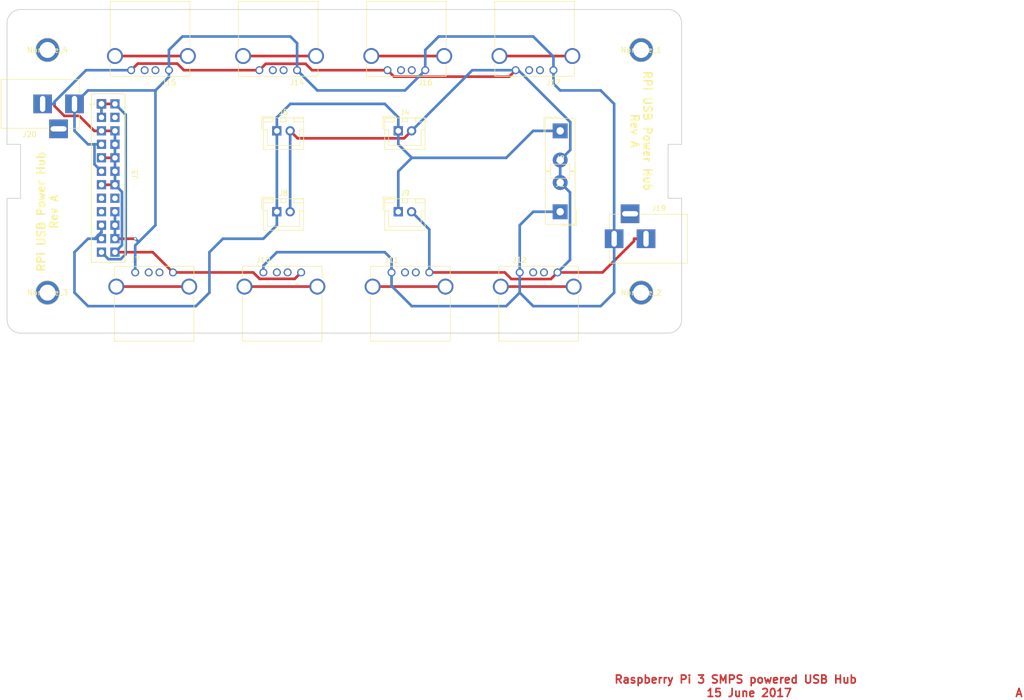
<source format=kicad_pcb>
(kicad_pcb (version 20171130) (host pcbnew "(5.1.12)-1")

  (general
    (thickness 1.6)
    (drawings 21)
    (tracks 158)
    (zones 0)
    (modules 21)
    (nets 33)
  )

  (page A4)
  (layers
    (0 F.Cu signal)
    (31 B.Cu signal)
    (32 B.Adhes user)
    (33 F.Adhes user hide)
    (34 B.Paste user)
    (35 F.Paste user)
    (36 B.SilkS user)
    (37 F.SilkS user)
    (38 B.Mask user)
    (39 F.Mask user)
    (40 Dwgs.User user)
    (41 Cmts.User user)
    (42 Eco1.User user)
    (43 Eco2.User user)
    (44 Edge.Cuts user)
    (45 Margin user)
    (46 B.CrtYd user)
    (47 F.CrtYd user)
    (48 B.Fab user)
    (49 F.Fab user)
  )

  (setup
    (last_trace_width 0.5)
    (trace_clearance 0.2)
    (zone_clearance 0.508)
    (zone_45_only no)
    (trace_min 0.2)
    (via_size 0.6)
    (via_drill 0.4)
    (via_min_size 0.4)
    (via_min_drill 0.3)
    (uvia_size 0.3)
    (uvia_drill 0.1)
    (uvias_allowed no)
    (uvia_min_size 0.2)
    (uvia_min_drill 0.1)
    (edge_width 0.15)
    (segment_width 0.2)
    (pcb_text_width 0.3)
    (pcb_text_size 1.5 1.5)
    (mod_edge_width 0.15)
    (mod_text_size 1 1)
    (mod_text_width 0.15)
    (pad_size 4.5 4.5)
    (pad_drill 3)
    (pad_to_mask_clearance 0.2)
    (aux_axis_origin 0 0)
    (grid_origin 160 -50)
    (visible_elements 7FFFFFFF)
    (pcbplotparams
      (layerselection 0x00030_80000001)
      (usegerberextensions false)
      (usegerberattributes true)
      (usegerberadvancedattributes true)
      (creategerberjobfile true)
      (excludeedgelayer true)
      (linewidth 0.150000)
      (plotframeref false)
      (viasonmask false)
      (mode 1)
      (useauxorigin false)
      (hpglpennumber 1)
      (hpglpenspeed 20)
      (hpglpendiameter 15.000000)
      (psnegative false)
      (psa4output false)
      (plotreference true)
      (plotvalue true)
      (plotinvisibletext false)
      (padsonsilk false)
      (subtractmaskfromsilk false)
      (outputformat 1)
      (mirror false)
      (drillshape 1)
      (scaleselection 1)
      (outputdirectory ""))
  )

  (net 0 "")
  (net 1 +12V)
  (net 2 GND)
  (net 3 +5V)
  (net 4 +3V3)
  (net 5 POWER_OK)
  (net 6 +5VSB)
  (net 7 -12VA)
  (net 8 "Net-(J3-Pad20)")
  (net 9 "Net-(J7-Pad3)")
  (net 10 "Net-(J7-Pad2)")
  (net 11 "Net-(J7-Pad5)")
  (net 12 "Net-(J10-Pad3)")
  (net 13 "Net-(J10-Pad2)")
  (net 14 "Net-(J10-Pad5)")
  (net 15 "Net-(J11-Pad3)")
  (net 16 "Net-(J11-Pad2)")
  (net 17 "Net-(J11-Pad5)")
  (net 18 "Net-(J12-Pad3)")
  (net 19 "Net-(J12-Pad2)")
  (net 20 "Net-(J12-Pad5)")
  (net 21 "Net-(J14-Pad3)")
  (net 22 "Net-(J14-Pad2)")
  (net 23 "Net-(J14-Pad5)")
  (net 24 "Net-(J15-Pad3)")
  (net 25 "Net-(J15-Pad2)")
  (net 26 "Net-(J15-Pad5)")
  (net 27 "Net-(J16-Pad3)")
  (net 28 "Net-(J16-Pad2)")
  (net 29 "Net-(J16-Pad5)")
  (net 30 "Net-(J17-Pad3)")
  (net 31 "Net-(J17-Pad2)")
  (net 32 "Net-(J17-Pad5)")

  (net_class Default "This is the default net class."
    (clearance 0.2)
    (trace_width 0.5)
    (via_dia 0.6)
    (via_drill 0.4)
    (uvia_dia 0.3)
    (uvia_drill 0.1)
    (add_net +12V)
    (add_net +3V3)
    (add_net +5V)
    (add_net +5VSB)
    (add_net -12VA)
    (add_net GND)
    (add_net "Net-(J10-Pad2)")
    (add_net "Net-(J10-Pad3)")
    (add_net "Net-(J10-Pad5)")
    (add_net "Net-(J11-Pad2)")
    (add_net "Net-(J11-Pad3)")
    (add_net "Net-(J11-Pad5)")
    (add_net "Net-(J12-Pad2)")
    (add_net "Net-(J12-Pad3)")
    (add_net "Net-(J12-Pad5)")
    (add_net "Net-(J14-Pad2)")
    (add_net "Net-(J14-Pad3)")
    (add_net "Net-(J14-Pad5)")
    (add_net "Net-(J15-Pad2)")
    (add_net "Net-(J15-Pad3)")
    (add_net "Net-(J15-Pad5)")
    (add_net "Net-(J16-Pad2)")
    (add_net "Net-(J16-Pad3)")
    (add_net "Net-(J16-Pad5)")
    (add_net "Net-(J17-Pad2)")
    (add_net "Net-(J17-Pad3)")
    (add_net "Net-(J17-Pad5)")
    (add_net "Net-(J3-Pad20)")
    (add_net "Net-(J7-Pad2)")
    (add_net "Net-(J7-Pad3)")
    (add_net "Net-(J7-Pad5)")
    (add_net POWER_OK)
  )

  (module Connectors:BARREL_JACK (layer F.Cu) (tedit 5861378E) (tstamp 594249F6)
    (at 93.96 82.08)
    (descr "DC Barrel Jack")
    (tags "Power Jack")
    (path /594163C0)
    (fp_text reference J20 (at -8.45 5.75 180) (layer F.SilkS)
      (effects (font (size 1 1) (thickness 0.15)))
    )
    (fp_text value CONN_COAXIAL (at -6.2 -5.5) (layer F.Fab)
      (effects (font (size 1 1) (thickness 0.15)))
    )
    (fp_line (start 0.8 -4.5) (end -13.7 -4.5) (layer F.Fab) (width 0.1))
    (fp_line (start 0.8 4.5) (end 0.8 -4.5) (layer F.Fab) (width 0.1))
    (fp_line (start -13.7 4.5) (end 0.8 4.5) (layer F.Fab) (width 0.1))
    (fp_line (start -13.7 -4.5) (end -13.7 4.5) (layer F.Fab) (width 0.1))
    (fp_line (start -10.2 -4.5) (end -10.2 4.5) (layer F.Fab) (width 0.1))
    (fp_line (start 0.9 -4.6) (end 0.9 -2) (layer F.SilkS) (width 0.12))
    (fp_line (start -13.8 -4.6) (end 0.9 -4.6) (layer F.SilkS) (width 0.12))
    (fp_line (start 0.9 4.6) (end -1 4.6) (layer F.SilkS) (width 0.12))
    (fp_line (start 0.9 1.9) (end 0.9 4.6) (layer F.SilkS) (width 0.12))
    (fp_line (start -13.8 4.6) (end -13.8 -4.6) (layer F.SilkS) (width 0.12))
    (fp_line (start -5 4.6) (end -13.8 4.6) (layer F.SilkS) (width 0.12))
    (fp_line (start -14 4.75) (end -14 -4.75) (layer F.CrtYd) (width 0.05))
    (fp_line (start -5 4.75) (end -14 4.75) (layer F.CrtYd) (width 0.05))
    (fp_line (start -5 6.75) (end -5 4.75) (layer F.CrtYd) (width 0.05))
    (fp_line (start -1 6.75) (end -5 6.75) (layer F.CrtYd) (width 0.05))
    (fp_line (start -1 4.75) (end -1 6.75) (layer F.CrtYd) (width 0.05))
    (fp_line (start 1 4.75) (end -1 4.75) (layer F.CrtYd) (width 0.05))
    (fp_line (start 1 2) (end 1 4.75) (layer F.CrtYd) (width 0.05))
    (fp_line (start 2 2) (end 1 2) (layer F.CrtYd) (width 0.05))
    (fp_line (start 2 -2) (end 2 2) (layer F.CrtYd) (width 0.05))
    (fp_line (start 1 -2) (end 2 -2) (layer F.CrtYd) (width 0.05))
    (fp_line (start 1 -4.5) (end 1 -2) (layer F.CrtYd) (width 0.05))
    (fp_line (start 1 -4.75) (end -14 -4.75) (layer F.CrtYd) (width 0.05))
    (fp_line (start 1 -4.5) (end 1 -4.75) (layer F.CrtYd) (width 0.05))
    (pad 1 thru_hole rect (at 0 0) (size 3.5 3.5) (drill oval 1 3) (layers *.Cu *.Mask)
      (net 3 +5V))
    (pad 2 thru_hole rect (at -6 0) (size 3.5 3.5) (drill oval 1 3) (layers *.Cu *.Mask)
      (net 2 GND))
    (pad 3 thru_hole rect (at -3 4.7) (size 3.5 3.5) (drill oval 3 1) (layers *.Cu *.Mask))
  )

  (module Connectors_Molex:Molex_MiniFit-JR-5556-02A_2x01x4.20mm_Straight (layer F.Cu) (tedit 58A28952) (tstamp 59424943)
    (at 185.4 87.16)
    (descr "Molex Mini-Fit JR, PN:5556-02A, dual row, top entry type, through hole")
    (tags "connector molex mini-fit 5556")
    (path /594216A0)
    (fp_text reference J1 (at 0 10) (layer F.SilkS)
      (effects (font (size 1 1) (thickness 0.15)))
    )
    (fp_text value CONN_01X02_MALE-B2B (at 0 -4) (layer F.Fab)
      (effects (font (size 1 1) (thickness 0.15)))
    )
    (fp_line (start 3.2 -2.75) (end -3.2 -2.75) (layer F.CrtYd) (width 0.05))
    (fp_line (start 3.2 9.3) (end 3.2 -2.75) (layer F.CrtYd) (width 0.05))
    (fp_line (start -3.2 9.3) (end 3.2 9.3) (layer F.CrtYd) (width 0.05))
    (fp_line (start -3.2 -2.75) (end -3.2 9.3) (layer F.CrtYd) (width 0.05))
    (fp_line (start -3.05 -2.6) (end -3.05 0.25) (layer F.Fab) (width 0.1))
    (fp_line (start -0.2 -2.6) (end -3.05 -2.6) (layer F.Fab) (width 0.1))
    (fp_line (start -3.05 -2.6) (end -3.05 0.25) (layer F.SilkS) (width 0.12))
    (fp_line (start -0.2 -2.6) (end -3.05 -2.6) (layer F.SilkS) (width 0.12))
    (fp_line (start 1.8 8.95) (end 0 8.95) (layer F.SilkS) (width 0.12))
    (fp_line (start 1.8 7.55) (end 1.8 8.95) (layer F.SilkS) (width 0.12))
    (fp_line (start 2.8 7.55) (end 1.8 7.55) (layer F.SilkS) (width 0.12))
    (fp_line (start 2.8 -2.35) (end 2.8 7.55) (layer F.SilkS) (width 0.12))
    (fp_line (start 0 -2.35) (end 2.8 -2.35) (layer F.SilkS) (width 0.12))
    (fp_line (start -1.8 8.95) (end 0 8.95) (layer F.SilkS) (width 0.12))
    (fp_line (start -1.8 7.55) (end -1.8 8.95) (layer F.SilkS) (width 0.12))
    (fp_line (start -2.8 7.55) (end -1.8 7.55) (layer F.SilkS) (width 0.12))
    (fp_line (start -2.8 -2.35) (end -2.8 7.55) (layer F.SilkS) (width 0.12))
    (fp_line (start 0 -2.35) (end -2.8 -2.35) (layer F.SilkS) (width 0.12))
    (fp_line (start 1.75 7.25) (end -1.75 7.25) (layer F.Fab) (width 0.1))
    (fp_line (start 1.75 4.625) (end 1.75 7.25) (layer F.Fab) (width 0.1))
    (fp_line (start 0.875 3.75) (end 1.75 4.625) (layer F.Fab) (width 0.1))
    (fp_line (start -0.875 3.75) (end 0.875 3.75) (layer F.Fab) (width 0.1))
    (fp_line (start -1.75 4.625) (end -0.875 3.75) (layer F.Fab) (width 0.1))
    (fp_line (start -1.75 7.25) (end -1.75 4.625) (layer F.Fab) (width 0.1))
    (fp_line (start 1.75 -1.75) (end -1.75 -1.75) (layer F.Fab) (width 0.1))
    (fp_line (start 1.75 1.75) (end 1.75 -1.75) (layer F.Fab) (width 0.1))
    (fp_line (start -1.75 1.75) (end 1.75 1.75) (layer F.Fab) (width 0.1))
    (fp_line (start -1.75 -1.75) (end -1.75 1.75) (layer F.Fab) (width 0.1))
    (fp_line (start 1.7 8.85) (end 1.7 7.45) (layer F.Fab) (width 0.1))
    (fp_line (start -1.7 8.85) (end 1.7 8.85) (layer F.Fab) (width 0.1))
    (fp_line (start -1.7 7.45) (end -1.7 8.85) (layer F.Fab) (width 0.1))
    (fp_line (start 2.7 -2.25) (end -2.7 -2.25) (layer F.Fab) (width 0.1))
    (fp_line (start 2.7 7.45) (end 2.7 -2.25) (layer F.Fab) (width 0.1))
    (fp_line (start -2.7 7.45) (end 2.7 7.45) (layer F.Fab) (width 0.1))
    (fp_line (start -2.7 -2.25) (end -2.7 7.45) (layer F.Fab) (width 0.1))
    (fp_text user %R (at 0 3) (layer F.Fab)
      (effects (font (size 1 1) (thickness 0.15)))
    )
    (pad 1 thru_hole rect (at 0 0) (size 2.8 2.8) (drill 1.4) (layers *.Cu *.Mask)
      (net 1 +12V))
    (pad 2 thru_hole circle (at 0 5.5) (size 2.8 2.8) (drill 1.4) (layers *.Cu *.Mask)
      (net 2 GND))
    (model Connectors_Molex.3dshapes/Molex_MiniFit-JR-5556-02A_2x01x4.20mm_Straight.wrl
      (at (xyz 0 0 0))
      (scale (xyz 1 1 1))
      (rotate (xyz 0 0 0))
    )
  )

  (module Connectors_Molex:Molex_MiniFit-JR-5556-02A_2x01x4.20mm_Straight (layer F.Cu) (tedit 58A28952) (tstamp 59424949)
    (at 185.4 102.4 180)
    (descr "Molex Mini-Fit JR, PN:5556-02A, dual row, top entry type, through hole")
    (tags "connector molex mini-fit 5556")
    (path /59421825)
    (fp_text reference J2 (at 0 10 180) (layer F.SilkS)
      (effects (font (size 1 1) (thickness 0.15)))
    )
    (fp_text value CONN_01X02_MALE-B2B (at 0 -4 180) (layer F.Fab)
      (effects (font (size 1 1) (thickness 0.15)))
    )
    (fp_line (start 3.2 -2.75) (end -3.2 -2.75) (layer F.CrtYd) (width 0.05))
    (fp_line (start 3.2 9.3) (end 3.2 -2.75) (layer F.CrtYd) (width 0.05))
    (fp_line (start -3.2 9.3) (end 3.2 9.3) (layer F.CrtYd) (width 0.05))
    (fp_line (start -3.2 -2.75) (end -3.2 9.3) (layer F.CrtYd) (width 0.05))
    (fp_line (start -3.05 -2.6) (end -3.05 0.25) (layer F.Fab) (width 0.1))
    (fp_line (start -0.2 -2.6) (end -3.05 -2.6) (layer F.Fab) (width 0.1))
    (fp_line (start -3.05 -2.6) (end -3.05 0.25) (layer F.SilkS) (width 0.12))
    (fp_line (start -0.2 -2.6) (end -3.05 -2.6) (layer F.SilkS) (width 0.12))
    (fp_line (start 1.8 8.95) (end 0 8.95) (layer F.SilkS) (width 0.12))
    (fp_line (start 1.8 7.55) (end 1.8 8.95) (layer F.SilkS) (width 0.12))
    (fp_line (start 2.8 7.55) (end 1.8 7.55) (layer F.SilkS) (width 0.12))
    (fp_line (start 2.8 -2.35) (end 2.8 7.55) (layer F.SilkS) (width 0.12))
    (fp_line (start 0 -2.35) (end 2.8 -2.35) (layer F.SilkS) (width 0.12))
    (fp_line (start -1.8 8.95) (end 0 8.95) (layer F.SilkS) (width 0.12))
    (fp_line (start -1.8 7.55) (end -1.8 8.95) (layer F.SilkS) (width 0.12))
    (fp_line (start -2.8 7.55) (end -1.8 7.55) (layer F.SilkS) (width 0.12))
    (fp_line (start -2.8 -2.35) (end -2.8 7.55) (layer F.SilkS) (width 0.12))
    (fp_line (start 0 -2.35) (end -2.8 -2.35) (layer F.SilkS) (width 0.12))
    (fp_line (start 1.75 7.25) (end -1.75 7.25) (layer F.Fab) (width 0.1))
    (fp_line (start 1.75 4.625) (end 1.75 7.25) (layer F.Fab) (width 0.1))
    (fp_line (start 0.875 3.75) (end 1.75 4.625) (layer F.Fab) (width 0.1))
    (fp_line (start -0.875 3.75) (end 0.875 3.75) (layer F.Fab) (width 0.1))
    (fp_line (start -1.75 4.625) (end -0.875 3.75) (layer F.Fab) (width 0.1))
    (fp_line (start -1.75 7.25) (end -1.75 4.625) (layer F.Fab) (width 0.1))
    (fp_line (start 1.75 -1.75) (end -1.75 -1.75) (layer F.Fab) (width 0.1))
    (fp_line (start 1.75 1.75) (end 1.75 -1.75) (layer F.Fab) (width 0.1))
    (fp_line (start -1.75 1.75) (end 1.75 1.75) (layer F.Fab) (width 0.1))
    (fp_line (start -1.75 -1.75) (end -1.75 1.75) (layer F.Fab) (width 0.1))
    (fp_line (start 1.7 8.85) (end 1.7 7.45) (layer F.Fab) (width 0.1))
    (fp_line (start -1.7 8.85) (end 1.7 8.85) (layer F.Fab) (width 0.1))
    (fp_line (start -1.7 7.45) (end -1.7 8.85) (layer F.Fab) (width 0.1))
    (fp_line (start 2.7 -2.25) (end -2.7 -2.25) (layer F.Fab) (width 0.1))
    (fp_line (start 2.7 7.45) (end 2.7 -2.25) (layer F.Fab) (width 0.1))
    (fp_line (start -2.7 7.45) (end 2.7 7.45) (layer F.Fab) (width 0.1))
    (fp_line (start -2.7 -2.25) (end -2.7 7.45) (layer F.Fab) (width 0.1))
    (fp_text user %R (at 0 3 180) (layer F.Fab)
      (effects (font (size 1 1) (thickness 0.15)))
    )
    (pad 1 thru_hole rect (at 0 0 180) (size 2.8 2.8) (drill 1.4) (layers *.Cu *.Mask)
      (net 3 +5V))
    (pad 2 thru_hole circle (at 0 5.5 180) (size 2.8 2.8) (drill 1.4) (layers *.Cu *.Mask)
      (net 2 GND))
    (model Connectors_Molex.3dshapes/Molex_MiniFit-JR-5556-02A_2x01x4.20mm_Straight.wrl
      (at (xyz 0 0 0))
      (scale (xyz 1 1 1))
      (rotate (xyz 0 0 0))
    )
  )

  (module Connectors_JST:JST_XH_B02B-XH-A_02x2.50mm_Straight (layer F.Cu) (tedit 58EAE7F0) (tstamp 5942496B)
    (at 154.92 87.16)
    (descr "JST XH series connector, B02B-XH-A, top entry type, through hole")
    (tags "connector jst xh tht top vertical 2.50mm")
    (path /594142B1)
    (fp_text reference J4 (at 1.25 -3.5) (layer F.SilkS)
      (effects (font (size 1 1) (thickness 0.15)))
    )
    (fp_text value CONN_01X02_MALE (at 1.25 4.5) (layer F.Fab)
      (effects (font (size 1 1) (thickness 0.15)))
    )
    (fp_line (start -2.85 -2.75) (end -2.85 -0.25) (layer F.Fab) (width 0.1))
    (fp_line (start -0.35 -2.75) (end -2.85 -2.75) (layer F.Fab) (width 0.1))
    (fp_line (start -2.85 -2.75) (end -2.85 -0.25) (layer F.SilkS) (width 0.12))
    (fp_line (start -0.35 -2.75) (end -2.85 -2.75) (layer F.SilkS) (width 0.12))
    (fp_line (start 4.3 2.75) (end 1.25 2.75) (layer F.SilkS) (width 0.12))
    (fp_line (start 4.3 -0.2) (end 4.3 2.75) (layer F.SilkS) (width 0.12))
    (fp_line (start 5.05 -0.2) (end 4.3 -0.2) (layer F.SilkS) (width 0.12))
    (fp_line (start -1.8 2.75) (end 1.25 2.75) (layer F.SilkS) (width 0.12))
    (fp_line (start -1.8 -0.2) (end -1.8 2.75) (layer F.SilkS) (width 0.12))
    (fp_line (start -2.55 -0.2) (end -1.8 -0.2) (layer F.SilkS) (width 0.12))
    (fp_line (start 5.05 -2.45) (end 3.25 -2.45) (layer F.SilkS) (width 0.12))
    (fp_line (start 5.05 -1.7) (end 5.05 -2.45) (layer F.SilkS) (width 0.12))
    (fp_line (start 3.25 -1.7) (end 5.05 -1.7) (layer F.SilkS) (width 0.12))
    (fp_line (start 3.25 -2.45) (end 3.25 -1.7) (layer F.SilkS) (width 0.12))
    (fp_line (start -0.75 -2.45) (end -2.55 -2.45) (layer F.SilkS) (width 0.12))
    (fp_line (start -0.75 -1.7) (end -0.75 -2.45) (layer F.SilkS) (width 0.12))
    (fp_line (start -2.55 -1.7) (end -0.75 -1.7) (layer F.SilkS) (width 0.12))
    (fp_line (start -2.55 -2.45) (end -2.55 -1.7) (layer F.SilkS) (width 0.12))
    (fp_line (start 1.75 -2.45) (end 0.75 -2.45) (layer F.SilkS) (width 0.12))
    (fp_line (start 1.75 -1.7) (end 1.75 -2.45) (layer F.SilkS) (width 0.12))
    (fp_line (start 0.75 -1.7) (end 1.75 -1.7) (layer F.SilkS) (width 0.12))
    (fp_line (start 0.75 -2.45) (end 0.75 -1.7) (layer F.SilkS) (width 0.12))
    (fp_line (start 5.05 -2.45) (end -2.55 -2.45) (layer F.SilkS) (width 0.12))
    (fp_line (start 5.05 3.5) (end 5.05 -2.45) (layer F.SilkS) (width 0.12))
    (fp_line (start -2.55 3.5) (end 5.05 3.5) (layer F.SilkS) (width 0.12))
    (fp_line (start -2.55 -2.45) (end -2.55 3.5) (layer F.SilkS) (width 0.12))
    (fp_line (start 5.45 -2.85) (end -2.95 -2.85) (layer F.CrtYd) (width 0.05))
    (fp_line (start 5.45 3.9) (end 5.45 -2.85) (layer F.CrtYd) (width 0.05))
    (fp_line (start -2.95 3.9) (end 5.45 3.9) (layer F.CrtYd) (width 0.05))
    (fp_line (start -2.95 -2.85) (end -2.95 3.9) (layer F.CrtYd) (width 0.05))
    (fp_line (start 4.95 -2.35) (end -2.45 -2.35) (layer F.Fab) (width 0.1))
    (fp_line (start 4.95 3.4) (end 4.95 -2.35) (layer F.Fab) (width 0.1))
    (fp_line (start -2.45 3.4) (end 4.95 3.4) (layer F.Fab) (width 0.1))
    (fp_line (start -2.45 -2.35) (end -2.45 3.4) (layer F.Fab) (width 0.1))
    (fp_text user %R (at 1.25 2.5) (layer F.Fab)
      (effects (font (size 1 1) (thickness 0.15)))
    )
    (pad 1 thru_hole rect (at 0 0) (size 1.75 1.75) (drill 1.05) (layers *.Cu *.Mask)
      (net 1 +12V))
    (pad 2 thru_hole circle (at 2.5 0) (size 1.75 1.75) (drill 1.05) (layers *.Cu *.Mask)
      (net 2 GND))
    (model Connectors_JST.3dshapes/JST_XH_B02B-XH-A_02x2.50mm_Straight.wrl
      (at (xyz 0 0 0))
      (scale (xyz 1 1 1))
      (rotate (xyz 0 0 0))
    )
  )

  (module Connectors_JST:JST_XH_B02B-XH-A_02x2.50mm_Straight (layer F.Cu) (tedit 58EAE7F0) (tstamp 59424971)
    (at 132.06 87.16)
    (descr "JST XH series connector, B02B-XH-A, top entry type, through hole")
    (tags "connector jst xh tht top vertical 2.50mm")
    (path /59415608)
    (fp_text reference J5 (at 1.25 -3.5) (layer F.SilkS)
      (effects (font (size 1 1) (thickness 0.15)))
    )
    (fp_text value CONN_01X02_MALE (at 1.25 4.5) (layer F.Fab)
      (effects (font (size 1 1) (thickness 0.15)))
    )
    (fp_line (start -2.85 -2.75) (end -2.85 -0.25) (layer F.Fab) (width 0.1))
    (fp_line (start -0.35 -2.75) (end -2.85 -2.75) (layer F.Fab) (width 0.1))
    (fp_line (start -2.85 -2.75) (end -2.85 -0.25) (layer F.SilkS) (width 0.12))
    (fp_line (start -0.35 -2.75) (end -2.85 -2.75) (layer F.SilkS) (width 0.12))
    (fp_line (start 4.3 2.75) (end 1.25 2.75) (layer F.SilkS) (width 0.12))
    (fp_line (start 4.3 -0.2) (end 4.3 2.75) (layer F.SilkS) (width 0.12))
    (fp_line (start 5.05 -0.2) (end 4.3 -0.2) (layer F.SilkS) (width 0.12))
    (fp_line (start -1.8 2.75) (end 1.25 2.75) (layer F.SilkS) (width 0.12))
    (fp_line (start -1.8 -0.2) (end -1.8 2.75) (layer F.SilkS) (width 0.12))
    (fp_line (start -2.55 -0.2) (end -1.8 -0.2) (layer F.SilkS) (width 0.12))
    (fp_line (start 5.05 -2.45) (end 3.25 -2.45) (layer F.SilkS) (width 0.12))
    (fp_line (start 5.05 -1.7) (end 5.05 -2.45) (layer F.SilkS) (width 0.12))
    (fp_line (start 3.25 -1.7) (end 5.05 -1.7) (layer F.SilkS) (width 0.12))
    (fp_line (start 3.25 -2.45) (end 3.25 -1.7) (layer F.SilkS) (width 0.12))
    (fp_line (start -0.75 -2.45) (end -2.55 -2.45) (layer F.SilkS) (width 0.12))
    (fp_line (start -0.75 -1.7) (end -0.75 -2.45) (layer F.SilkS) (width 0.12))
    (fp_line (start -2.55 -1.7) (end -0.75 -1.7) (layer F.SilkS) (width 0.12))
    (fp_line (start -2.55 -2.45) (end -2.55 -1.7) (layer F.SilkS) (width 0.12))
    (fp_line (start 1.75 -2.45) (end 0.75 -2.45) (layer F.SilkS) (width 0.12))
    (fp_line (start 1.75 -1.7) (end 1.75 -2.45) (layer F.SilkS) (width 0.12))
    (fp_line (start 0.75 -1.7) (end 1.75 -1.7) (layer F.SilkS) (width 0.12))
    (fp_line (start 0.75 -2.45) (end 0.75 -1.7) (layer F.SilkS) (width 0.12))
    (fp_line (start 5.05 -2.45) (end -2.55 -2.45) (layer F.SilkS) (width 0.12))
    (fp_line (start 5.05 3.5) (end 5.05 -2.45) (layer F.SilkS) (width 0.12))
    (fp_line (start -2.55 3.5) (end 5.05 3.5) (layer F.SilkS) (width 0.12))
    (fp_line (start -2.55 -2.45) (end -2.55 3.5) (layer F.SilkS) (width 0.12))
    (fp_line (start 5.45 -2.85) (end -2.95 -2.85) (layer F.CrtYd) (width 0.05))
    (fp_line (start 5.45 3.9) (end 5.45 -2.85) (layer F.CrtYd) (width 0.05))
    (fp_line (start -2.95 3.9) (end 5.45 3.9) (layer F.CrtYd) (width 0.05))
    (fp_line (start -2.95 -2.85) (end -2.95 3.9) (layer F.CrtYd) (width 0.05))
    (fp_line (start 4.95 -2.35) (end -2.45 -2.35) (layer F.Fab) (width 0.1))
    (fp_line (start 4.95 3.4) (end 4.95 -2.35) (layer F.Fab) (width 0.1))
    (fp_line (start -2.45 3.4) (end 4.95 3.4) (layer F.Fab) (width 0.1))
    (fp_line (start -2.45 -2.35) (end -2.45 3.4) (layer F.Fab) (width 0.1))
    (fp_text user %R (at 1.25 2.5) (layer F.Fab)
      (effects (font (size 1 1) (thickness 0.15)))
    )
    (pad 1 thru_hole rect (at 0 0) (size 1.75 1.75) (drill 1.05) (layers *.Cu *.Mask)
      (net 1 +12V))
    (pad 2 thru_hole circle (at 2.5 0) (size 1.75 1.75) (drill 1.05) (layers *.Cu *.Mask)
      (net 2 GND))
    (model Connectors_JST.3dshapes/JST_XH_B02B-XH-A_02x2.50mm_Straight.wrl
      (at (xyz 0 0 0))
      (scale (xyz 1 1 1))
      (rotate (xyz 0 0 0))
    )
  )

  (module Connectors:USB_A (layer F.Cu) (tedit 5) (tstamp 59424985)
    (at 105.39 113.83)
    (descr "USB A connector")
    (tags "USB USB_A")
    (path /59363F39)
    (fp_text reference J7 (at 0 -2.35) (layer F.SilkS)
      (effects (font (size 1 1) (thickness 0.15)))
    )
    (fp_text value USB_A (at 3.84 7.44) (layer F.Fab)
      (effects (font (size 1 1) (thickness 0.15)))
    )
    (fp_line (start -3.94 4.35) (end -3.94 12.95) (layer F.SilkS) (width 0.12))
    (fp_line (start 11.05 4.15) (end 11.05 12.95) (layer F.SilkS) (width 0.12))
    (fp_line (start 11.05 12.95) (end -3.94 12.95) (layer F.SilkS) (width 0.12))
    (fp_line (start 11.05 -1.14) (end -3.94 -1.14) (layer F.SilkS) (width 0.12))
    (fp_line (start -3.94 -1.14) (end -3.94 0.98) (layer F.SilkS) (width 0.12))
    (fp_line (start 11.05 -1.14) (end 11.05 1.19) (layer F.SilkS) (width 0.12))
    (fp_line (start -5.3 -1.4) (end 11.95 -1.4) (layer F.CrtYd) (width 0.05))
    (fp_line (start -5.3 13.2) (end 11.95 13.2) (layer F.CrtYd) (width 0.05))
    (fp_line (start 11.95 -1.4) (end 11.95 13.2) (layer F.CrtYd) (width 0.05))
    (fp_line (start -5.3 13.2) (end -5.3 -1.4) (layer F.CrtYd) (width 0.05))
    (pad 4 thru_hole circle (at 7.11 0 270) (size 1.5 1.5) (drill 1) (layers *.Cu *.Mask)
      (net 2 GND))
    (pad 3 thru_hole circle (at 4.57 0 270) (size 1.5 1.5) (drill 1) (layers *.Cu *.Mask)
      (net 9 "Net-(J7-Pad3)"))
    (pad 2 thru_hole circle (at 2.54 0 270) (size 1.5 1.5) (drill 1) (layers *.Cu *.Mask)
      (net 10 "Net-(J7-Pad2)"))
    (pad 1 thru_hole circle (at 0 0 270) (size 1.5 1.5) (drill 1) (layers *.Cu *.Mask)
      (net 3 +5V))
    (pad 5 thru_hole circle (at 10.16 2.67 270) (size 3 3) (drill 2.3) (layers *.Cu *.Mask)
      (net 11 "Net-(J7-Pad5)"))
    (pad 5 thru_hole circle (at -3.56 2.67 270) (size 3 3) (drill 2.3) (layers *.Cu *.Mask)
      (net 11 "Net-(J7-Pad5)"))
    (model Connectors.3dshapes/USB_A.wrl
      (offset (xyz 3.555999946594238 0 0))
      (scale (xyz 1 1 1))
      (rotate (xyz 0 0 90))
    )
  )

  (module Connectors_JST:JST_XH_B02B-XH-A_02x2.50mm_Straight (layer F.Cu) (tedit 58EAE7F0) (tstamp 5942498B)
    (at 132.06 102.4)
    (descr "JST XH series connector, B02B-XH-A, top entry type, through hole")
    (tags "connector jst xh tht top vertical 2.50mm")
    (path /59415563)
    (fp_text reference J8 (at 1.25 -3.5) (layer F.SilkS)
      (effects (font (size 1 1) (thickness 0.15)))
    )
    (fp_text value CONN_01X02_MALE (at 1.25 4.5) (layer F.Fab)
      (effects (font (size 1 1) (thickness 0.15)))
    )
    (fp_line (start -2.85 -2.75) (end -2.85 -0.25) (layer F.Fab) (width 0.1))
    (fp_line (start -0.35 -2.75) (end -2.85 -2.75) (layer F.Fab) (width 0.1))
    (fp_line (start -2.85 -2.75) (end -2.85 -0.25) (layer F.SilkS) (width 0.12))
    (fp_line (start -0.35 -2.75) (end -2.85 -2.75) (layer F.SilkS) (width 0.12))
    (fp_line (start 4.3 2.75) (end 1.25 2.75) (layer F.SilkS) (width 0.12))
    (fp_line (start 4.3 -0.2) (end 4.3 2.75) (layer F.SilkS) (width 0.12))
    (fp_line (start 5.05 -0.2) (end 4.3 -0.2) (layer F.SilkS) (width 0.12))
    (fp_line (start -1.8 2.75) (end 1.25 2.75) (layer F.SilkS) (width 0.12))
    (fp_line (start -1.8 -0.2) (end -1.8 2.75) (layer F.SilkS) (width 0.12))
    (fp_line (start -2.55 -0.2) (end -1.8 -0.2) (layer F.SilkS) (width 0.12))
    (fp_line (start 5.05 -2.45) (end 3.25 -2.45) (layer F.SilkS) (width 0.12))
    (fp_line (start 5.05 -1.7) (end 5.05 -2.45) (layer F.SilkS) (width 0.12))
    (fp_line (start 3.25 -1.7) (end 5.05 -1.7) (layer F.SilkS) (width 0.12))
    (fp_line (start 3.25 -2.45) (end 3.25 -1.7) (layer F.SilkS) (width 0.12))
    (fp_line (start -0.75 -2.45) (end -2.55 -2.45) (layer F.SilkS) (width 0.12))
    (fp_line (start -0.75 -1.7) (end -0.75 -2.45) (layer F.SilkS) (width 0.12))
    (fp_line (start -2.55 -1.7) (end -0.75 -1.7) (layer F.SilkS) (width 0.12))
    (fp_line (start -2.55 -2.45) (end -2.55 -1.7) (layer F.SilkS) (width 0.12))
    (fp_line (start 1.75 -2.45) (end 0.75 -2.45) (layer F.SilkS) (width 0.12))
    (fp_line (start 1.75 -1.7) (end 1.75 -2.45) (layer F.SilkS) (width 0.12))
    (fp_line (start 0.75 -1.7) (end 1.75 -1.7) (layer F.SilkS) (width 0.12))
    (fp_line (start 0.75 -2.45) (end 0.75 -1.7) (layer F.SilkS) (width 0.12))
    (fp_line (start 5.05 -2.45) (end -2.55 -2.45) (layer F.SilkS) (width 0.12))
    (fp_line (start 5.05 3.5) (end 5.05 -2.45) (layer F.SilkS) (width 0.12))
    (fp_line (start -2.55 3.5) (end 5.05 3.5) (layer F.SilkS) (width 0.12))
    (fp_line (start -2.55 -2.45) (end -2.55 3.5) (layer F.SilkS) (width 0.12))
    (fp_line (start 5.45 -2.85) (end -2.95 -2.85) (layer F.CrtYd) (width 0.05))
    (fp_line (start 5.45 3.9) (end 5.45 -2.85) (layer F.CrtYd) (width 0.05))
    (fp_line (start -2.95 3.9) (end 5.45 3.9) (layer F.CrtYd) (width 0.05))
    (fp_line (start -2.95 -2.85) (end -2.95 3.9) (layer F.CrtYd) (width 0.05))
    (fp_line (start 4.95 -2.35) (end -2.45 -2.35) (layer F.Fab) (width 0.1))
    (fp_line (start 4.95 3.4) (end 4.95 -2.35) (layer F.Fab) (width 0.1))
    (fp_line (start -2.45 3.4) (end 4.95 3.4) (layer F.Fab) (width 0.1))
    (fp_line (start -2.45 -2.35) (end -2.45 3.4) (layer F.Fab) (width 0.1))
    (fp_text user %R (at 1.25 2.5) (layer F.Fab)
      (effects (font (size 1 1) (thickness 0.15)))
    )
    (pad 1 thru_hole rect (at 0 0) (size 1.75 1.75) (drill 1.05) (layers *.Cu *.Mask)
      (net 1 +12V))
    (pad 2 thru_hole circle (at 2.5 0) (size 1.75 1.75) (drill 1.05) (layers *.Cu *.Mask)
      (net 2 GND))
    (model Connectors_JST.3dshapes/JST_XH_B02B-XH-A_02x2.50mm_Straight.wrl
      (at (xyz 0 0 0))
      (scale (xyz 1 1 1))
      (rotate (xyz 0 0 0))
    )
  )

  (module Connectors_JST:JST_XH_B02B-XH-A_02x2.50mm_Straight (layer F.Cu) (tedit 58EAE7F0) (tstamp 59424991)
    (at 154.92 102.4)
    (descr "JST XH series connector, B02B-XH-A, top entry type, through hole")
    (tags "connector jst xh tht top vertical 2.50mm")
    (path /5941561D)
    (fp_text reference J9 (at 1.25 -3.5) (layer F.SilkS)
      (effects (font (size 1 1) (thickness 0.15)))
    )
    (fp_text value CONN_01X02_MALE (at 1.25 4.5) (layer F.Fab)
      (effects (font (size 1 1) (thickness 0.15)))
    )
    (fp_line (start -2.85 -2.75) (end -2.85 -0.25) (layer F.Fab) (width 0.1))
    (fp_line (start -0.35 -2.75) (end -2.85 -2.75) (layer F.Fab) (width 0.1))
    (fp_line (start -2.85 -2.75) (end -2.85 -0.25) (layer F.SilkS) (width 0.12))
    (fp_line (start -0.35 -2.75) (end -2.85 -2.75) (layer F.SilkS) (width 0.12))
    (fp_line (start 4.3 2.75) (end 1.25 2.75) (layer F.SilkS) (width 0.12))
    (fp_line (start 4.3 -0.2) (end 4.3 2.75) (layer F.SilkS) (width 0.12))
    (fp_line (start 5.05 -0.2) (end 4.3 -0.2) (layer F.SilkS) (width 0.12))
    (fp_line (start -1.8 2.75) (end 1.25 2.75) (layer F.SilkS) (width 0.12))
    (fp_line (start -1.8 -0.2) (end -1.8 2.75) (layer F.SilkS) (width 0.12))
    (fp_line (start -2.55 -0.2) (end -1.8 -0.2) (layer F.SilkS) (width 0.12))
    (fp_line (start 5.05 -2.45) (end 3.25 -2.45) (layer F.SilkS) (width 0.12))
    (fp_line (start 5.05 -1.7) (end 5.05 -2.45) (layer F.SilkS) (width 0.12))
    (fp_line (start 3.25 -1.7) (end 5.05 -1.7) (layer F.SilkS) (width 0.12))
    (fp_line (start 3.25 -2.45) (end 3.25 -1.7) (layer F.SilkS) (width 0.12))
    (fp_line (start -0.75 -2.45) (end -2.55 -2.45) (layer F.SilkS) (width 0.12))
    (fp_line (start -0.75 -1.7) (end -0.75 -2.45) (layer F.SilkS) (width 0.12))
    (fp_line (start -2.55 -1.7) (end -0.75 -1.7) (layer F.SilkS) (width 0.12))
    (fp_line (start -2.55 -2.45) (end -2.55 -1.7) (layer F.SilkS) (width 0.12))
    (fp_line (start 1.75 -2.45) (end 0.75 -2.45) (layer F.SilkS) (width 0.12))
    (fp_line (start 1.75 -1.7) (end 1.75 -2.45) (layer F.SilkS) (width 0.12))
    (fp_line (start 0.75 -1.7) (end 1.75 -1.7) (layer F.SilkS) (width 0.12))
    (fp_line (start 0.75 -2.45) (end 0.75 -1.7) (layer F.SilkS) (width 0.12))
    (fp_line (start 5.05 -2.45) (end -2.55 -2.45) (layer F.SilkS) (width 0.12))
    (fp_line (start 5.05 3.5) (end 5.05 -2.45) (layer F.SilkS) (width 0.12))
    (fp_line (start -2.55 3.5) (end 5.05 3.5) (layer F.SilkS) (width 0.12))
    (fp_line (start -2.55 -2.45) (end -2.55 3.5) (layer F.SilkS) (width 0.12))
    (fp_line (start 5.45 -2.85) (end -2.95 -2.85) (layer F.CrtYd) (width 0.05))
    (fp_line (start 5.45 3.9) (end 5.45 -2.85) (layer F.CrtYd) (width 0.05))
    (fp_line (start -2.95 3.9) (end 5.45 3.9) (layer F.CrtYd) (width 0.05))
    (fp_line (start -2.95 -2.85) (end -2.95 3.9) (layer F.CrtYd) (width 0.05))
    (fp_line (start 4.95 -2.35) (end -2.45 -2.35) (layer F.Fab) (width 0.1))
    (fp_line (start 4.95 3.4) (end 4.95 -2.35) (layer F.Fab) (width 0.1))
    (fp_line (start -2.45 3.4) (end 4.95 3.4) (layer F.Fab) (width 0.1))
    (fp_line (start -2.45 -2.35) (end -2.45 3.4) (layer F.Fab) (width 0.1))
    (fp_text user %R (at 1.25 2.5) (layer F.Fab)
      (effects (font (size 1 1) (thickness 0.15)))
    )
    (pad 1 thru_hole rect (at 0 0) (size 1.75 1.75) (drill 1.05) (layers *.Cu *.Mask)
      (net 1 +12V))
    (pad 2 thru_hole circle (at 2.5 0) (size 1.75 1.75) (drill 1.05) (layers *.Cu *.Mask)
      (net 2 GND))
    (model Connectors_JST.3dshapes/JST_XH_B02B-XH-A_02x2.50mm_Straight.wrl
      (at (xyz 0 0 0))
      (scale (xyz 1 1 1))
      (rotate (xyz 0 0 0))
    )
  )

  (module Connectors:USB_A (layer F.Cu) (tedit 5) (tstamp 5942499B)
    (at 129.52 113.83)
    (descr "USB A connector")
    (tags "USB USB_A")
    (path /59363E96)
    (fp_text reference J10 (at 0 -2.35) (layer F.SilkS)
      (effects (font (size 1 1) (thickness 0.15)))
    )
    (fp_text value USB_A (at 3.84 7.44) (layer F.Fab)
      (effects (font (size 1 1) (thickness 0.15)))
    )
    (fp_line (start -3.94 4.35) (end -3.94 12.95) (layer F.SilkS) (width 0.12))
    (fp_line (start 11.05 4.15) (end 11.05 12.95) (layer F.SilkS) (width 0.12))
    (fp_line (start 11.05 12.95) (end -3.94 12.95) (layer F.SilkS) (width 0.12))
    (fp_line (start 11.05 -1.14) (end -3.94 -1.14) (layer F.SilkS) (width 0.12))
    (fp_line (start -3.94 -1.14) (end -3.94 0.98) (layer F.SilkS) (width 0.12))
    (fp_line (start 11.05 -1.14) (end 11.05 1.19) (layer F.SilkS) (width 0.12))
    (fp_line (start -5.3 -1.4) (end 11.95 -1.4) (layer F.CrtYd) (width 0.05))
    (fp_line (start -5.3 13.2) (end 11.95 13.2) (layer F.CrtYd) (width 0.05))
    (fp_line (start 11.95 -1.4) (end 11.95 13.2) (layer F.CrtYd) (width 0.05))
    (fp_line (start -5.3 13.2) (end -5.3 -1.4) (layer F.CrtYd) (width 0.05))
    (pad 4 thru_hole circle (at 7.11 0 270) (size 1.5 1.5) (drill 1) (layers *.Cu *.Mask)
      (net 2 GND))
    (pad 3 thru_hole circle (at 4.57 0 270) (size 1.5 1.5) (drill 1) (layers *.Cu *.Mask)
      (net 12 "Net-(J10-Pad3)"))
    (pad 2 thru_hole circle (at 2.54 0 270) (size 1.5 1.5) (drill 1) (layers *.Cu *.Mask)
      (net 13 "Net-(J10-Pad2)"))
    (pad 1 thru_hole circle (at 0 0 270) (size 1.5 1.5) (drill 1) (layers *.Cu *.Mask)
      (net 3 +5V))
    (pad 5 thru_hole circle (at 10.16 2.67 270) (size 3 3) (drill 2.3) (layers *.Cu *.Mask)
      (net 14 "Net-(J10-Pad5)"))
    (pad 5 thru_hole circle (at -3.56 2.67 270) (size 3 3) (drill 2.3) (layers *.Cu *.Mask)
      (net 14 "Net-(J10-Pad5)"))
    (model Connectors.3dshapes/USB_A.wrl
      (offset (xyz 3.555999946594238 0 0))
      (scale (xyz 1 1 1))
      (rotate (xyz 0 0 90))
    )
  )

  (module Connectors:USB_A (layer F.Cu) (tedit 5) (tstamp 594249A5)
    (at 153.65 113.83)
    (descr "USB A connector")
    (tags "USB USB_A")
    (path /59363E7F)
    (fp_text reference J11 (at 0 -2.35) (layer F.SilkS)
      (effects (font (size 1 1) (thickness 0.15)))
    )
    (fp_text value USB_A (at 3.84 7.44) (layer F.Fab)
      (effects (font (size 1 1) (thickness 0.15)))
    )
    (fp_line (start -3.94 4.35) (end -3.94 12.95) (layer F.SilkS) (width 0.12))
    (fp_line (start 11.05 4.15) (end 11.05 12.95) (layer F.SilkS) (width 0.12))
    (fp_line (start 11.05 12.95) (end -3.94 12.95) (layer F.SilkS) (width 0.12))
    (fp_line (start 11.05 -1.14) (end -3.94 -1.14) (layer F.SilkS) (width 0.12))
    (fp_line (start -3.94 -1.14) (end -3.94 0.98) (layer F.SilkS) (width 0.12))
    (fp_line (start 11.05 -1.14) (end 11.05 1.19) (layer F.SilkS) (width 0.12))
    (fp_line (start -5.3 -1.4) (end 11.95 -1.4) (layer F.CrtYd) (width 0.05))
    (fp_line (start -5.3 13.2) (end 11.95 13.2) (layer F.CrtYd) (width 0.05))
    (fp_line (start 11.95 -1.4) (end 11.95 13.2) (layer F.CrtYd) (width 0.05))
    (fp_line (start -5.3 13.2) (end -5.3 -1.4) (layer F.CrtYd) (width 0.05))
    (pad 4 thru_hole circle (at 7.11 0 270) (size 1.5 1.5) (drill 1) (layers *.Cu *.Mask)
      (net 2 GND))
    (pad 3 thru_hole circle (at 4.57 0 270) (size 1.5 1.5) (drill 1) (layers *.Cu *.Mask)
      (net 15 "Net-(J11-Pad3)"))
    (pad 2 thru_hole circle (at 2.54 0 270) (size 1.5 1.5) (drill 1) (layers *.Cu *.Mask)
      (net 16 "Net-(J11-Pad2)"))
    (pad 1 thru_hole circle (at 0 0 270) (size 1.5 1.5) (drill 1) (layers *.Cu *.Mask)
      (net 3 +5V))
    (pad 5 thru_hole circle (at 10.16 2.67 270) (size 3 3) (drill 2.3) (layers *.Cu *.Mask)
      (net 17 "Net-(J11-Pad5)"))
    (pad 5 thru_hole circle (at -3.56 2.67 270) (size 3 3) (drill 2.3) (layers *.Cu *.Mask)
      (net 17 "Net-(J11-Pad5)"))
    (model Connectors.3dshapes/USB_A.wrl
      (offset (xyz 3.555999946594238 0 0))
      (scale (xyz 1 1 1))
      (rotate (xyz 0 0 90))
    )
  )

  (module Connectors:USB_A (layer F.Cu) (tedit 5) (tstamp 594249AF)
    (at 177.78 113.83)
    (descr "USB A connector")
    (tags "USB USB_A")
    (path /5936360A)
    (fp_text reference J12 (at 0 -2.35) (layer F.SilkS)
      (effects (font (size 1 1) (thickness 0.15)))
    )
    (fp_text value USB_A (at 3.84 7.44) (layer F.Fab)
      (effects (font (size 1 1) (thickness 0.15)))
    )
    (fp_line (start -3.94 4.35) (end -3.94 12.95) (layer F.SilkS) (width 0.12))
    (fp_line (start 11.05 4.15) (end 11.05 12.95) (layer F.SilkS) (width 0.12))
    (fp_line (start 11.05 12.95) (end -3.94 12.95) (layer F.SilkS) (width 0.12))
    (fp_line (start 11.05 -1.14) (end -3.94 -1.14) (layer F.SilkS) (width 0.12))
    (fp_line (start -3.94 -1.14) (end -3.94 0.98) (layer F.SilkS) (width 0.12))
    (fp_line (start 11.05 -1.14) (end 11.05 1.19) (layer F.SilkS) (width 0.12))
    (fp_line (start -5.3 -1.4) (end 11.95 -1.4) (layer F.CrtYd) (width 0.05))
    (fp_line (start -5.3 13.2) (end 11.95 13.2) (layer F.CrtYd) (width 0.05))
    (fp_line (start 11.95 -1.4) (end 11.95 13.2) (layer F.CrtYd) (width 0.05))
    (fp_line (start -5.3 13.2) (end -5.3 -1.4) (layer F.CrtYd) (width 0.05))
    (pad 4 thru_hole circle (at 7.11 0 270) (size 1.5 1.5) (drill 1) (layers *.Cu *.Mask)
      (net 2 GND))
    (pad 3 thru_hole circle (at 4.57 0 270) (size 1.5 1.5) (drill 1) (layers *.Cu *.Mask)
      (net 18 "Net-(J12-Pad3)"))
    (pad 2 thru_hole circle (at 2.54 0 270) (size 1.5 1.5) (drill 1) (layers *.Cu *.Mask)
      (net 19 "Net-(J12-Pad2)"))
    (pad 1 thru_hole circle (at 0 0 270) (size 1.5 1.5) (drill 1) (layers *.Cu *.Mask)
      (net 3 +5V))
    (pad 5 thru_hole circle (at 10.16 2.67 270) (size 3 3) (drill 2.3) (layers *.Cu *.Mask)
      (net 20 "Net-(J12-Pad5)"))
    (pad 5 thru_hole circle (at -3.56 2.67 270) (size 3 3) (drill 2.3) (layers *.Cu *.Mask)
      (net 20 "Net-(J12-Pad5)"))
    (model Connectors.3dshapes/USB_A.wrl
      (offset (xyz 3.555999946594238 0 0))
      (scale (xyz 1 1 1))
      (rotate (xyz 0 0 90))
    )
  )

  (module Connectors:USB_A (layer F.Cu) (tedit 5) (tstamp 594249C3)
    (at 135.87 75.73 180)
    (descr "USB A connector")
    (tags "USB USB_A")
    (path /593641DA)
    (fp_text reference J14 (at 0 -2.35 180) (layer F.SilkS)
      (effects (font (size 1 1) (thickness 0.15)))
    )
    (fp_text value USB_A (at 3.84 7.44 180) (layer F.Fab)
      (effects (font (size 1 1) (thickness 0.15)))
    )
    (fp_line (start -3.94 4.35) (end -3.94 12.95) (layer F.SilkS) (width 0.12))
    (fp_line (start 11.05 4.15) (end 11.05 12.95) (layer F.SilkS) (width 0.12))
    (fp_line (start 11.05 12.95) (end -3.94 12.95) (layer F.SilkS) (width 0.12))
    (fp_line (start 11.05 -1.14) (end -3.94 -1.14) (layer F.SilkS) (width 0.12))
    (fp_line (start -3.94 -1.14) (end -3.94 0.98) (layer F.SilkS) (width 0.12))
    (fp_line (start 11.05 -1.14) (end 11.05 1.19) (layer F.SilkS) (width 0.12))
    (fp_line (start -5.3 -1.4) (end 11.95 -1.4) (layer F.CrtYd) (width 0.05))
    (fp_line (start -5.3 13.2) (end 11.95 13.2) (layer F.CrtYd) (width 0.05))
    (fp_line (start 11.95 -1.4) (end 11.95 13.2) (layer F.CrtYd) (width 0.05))
    (fp_line (start -5.3 13.2) (end -5.3 -1.4) (layer F.CrtYd) (width 0.05))
    (pad 4 thru_hole circle (at 7.11 0 90) (size 1.5 1.5) (drill 1) (layers *.Cu *.Mask)
      (net 2 GND))
    (pad 3 thru_hole circle (at 4.57 0 90) (size 1.5 1.5) (drill 1) (layers *.Cu *.Mask)
      (net 21 "Net-(J14-Pad3)"))
    (pad 2 thru_hole circle (at 2.54 0 90) (size 1.5 1.5) (drill 1) (layers *.Cu *.Mask)
      (net 22 "Net-(J14-Pad2)"))
    (pad 1 thru_hole circle (at 0 0 90) (size 1.5 1.5) (drill 1) (layers *.Cu *.Mask)
      (net 3 +5V))
    (pad 5 thru_hole circle (at 10.16 2.67 90) (size 3 3) (drill 2.3) (layers *.Cu *.Mask)
      (net 23 "Net-(J14-Pad5)"))
    (pad 5 thru_hole circle (at -3.56 2.67 90) (size 3 3) (drill 2.3) (layers *.Cu *.Mask)
      (net 23 "Net-(J14-Pad5)"))
    (model Connectors.3dshapes/USB_A.wrl
      (offset (xyz 3.555999946594238 0 0))
      (scale (xyz 1 1 1))
      (rotate (xyz 0 0 90))
    )
  )

  (module Connectors:USB_A (layer F.Cu) (tedit 5) (tstamp 594249CD)
    (at 111.74 75.73 180)
    (descr "USB A connector")
    (tags "USB USB_A")
    (path /593641C3)
    (fp_text reference J15 (at 0 -2.35 180) (layer F.SilkS)
      (effects (font (size 1 1) (thickness 0.15)))
    )
    (fp_text value USB_A (at 3.84 7.44 180) (layer F.Fab)
      (effects (font (size 1 1) (thickness 0.15)))
    )
    (fp_line (start -3.94 4.35) (end -3.94 12.95) (layer F.SilkS) (width 0.12))
    (fp_line (start 11.05 4.15) (end 11.05 12.95) (layer F.SilkS) (width 0.12))
    (fp_line (start 11.05 12.95) (end -3.94 12.95) (layer F.SilkS) (width 0.12))
    (fp_line (start 11.05 -1.14) (end -3.94 -1.14) (layer F.SilkS) (width 0.12))
    (fp_line (start -3.94 -1.14) (end -3.94 0.98) (layer F.SilkS) (width 0.12))
    (fp_line (start 11.05 -1.14) (end 11.05 1.19) (layer F.SilkS) (width 0.12))
    (fp_line (start -5.3 -1.4) (end 11.95 -1.4) (layer F.CrtYd) (width 0.05))
    (fp_line (start -5.3 13.2) (end 11.95 13.2) (layer F.CrtYd) (width 0.05))
    (fp_line (start 11.95 -1.4) (end 11.95 13.2) (layer F.CrtYd) (width 0.05))
    (fp_line (start -5.3 13.2) (end -5.3 -1.4) (layer F.CrtYd) (width 0.05))
    (pad 4 thru_hole circle (at 7.11 0 90) (size 1.5 1.5) (drill 1) (layers *.Cu *.Mask)
      (net 2 GND))
    (pad 3 thru_hole circle (at 4.57 0 90) (size 1.5 1.5) (drill 1) (layers *.Cu *.Mask)
      (net 24 "Net-(J15-Pad3)"))
    (pad 2 thru_hole circle (at 2.54 0 90) (size 1.5 1.5) (drill 1) (layers *.Cu *.Mask)
      (net 25 "Net-(J15-Pad2)"))
    (pad 1 thru_hole circle (at 0 0 90) (size 1.5 1.5) (drill 1) (layers *.Cu *.Mask)
      (net 3 +5V))
    (pad 5 thru_hole circle (at 10.16 2.67 90) (size 3 3) (drill 2.3) (layers *.Cu *.Mask)
      (net 26 "Net-(J15-Pad5)"))
    (pad 5 thru_hole circle (at -3.56 2.67 90) (size 3 3) (drill 2.3) (layers *.Cu *.Mask)
      (net 26 "Net-(J15-Pad5)"))
    (model Connectors.3dshapes/USB_A.wrl
      (offset (xyz 3.555999946594238 0 0))
      (scale (xyz 1 1 1))
      (rotate (xyz 0 0 90))
    )
  )

  (module Connectors:USB_A (layer F.Cu) (tedit 5) (tstamp 594249D7)
    (at 160 75.73 180)
    (descr "USB A connector")
    (tags "USB USB_A")
    (path /593641AC)
    (fp_text reference J16 (at 0 -2.35 180) (layer F.SilkS)
      (effects (font (size 1 1) (thickness 0.15)))
    )
    (fp_text value USB_A (at 3.84 7.44 180) (layer F.Fab)
      (effects (font (size 1 1) (thickness 0.15)))
    )
    (fp_line (start -3.94 4.35) (end -3.94 12.95) (layer F.SilkS) (width 0.12))
    (fp_line (start 11.05 4.15) (end 11.05 12.95) (layer F.SilkS) (width 0.12))
    (fp_line (start 11.05 12.95) (end -3.94 12.95) (layer F.SilkS) (width 0.12))
    (fp_line (start 11.05 -1.14) (end -3.94 -1.14) (layer F.SilkS) (width 0.12))
    (fp_line (start -3.94 -1.14) (end -3.94 0.98) (layer F.SilkS) (width 0.12))
    (fp_line (start 11.05 -1.14) (end 11.05 1.19) (layer F.SilkS) (width 0.12))
    (fp_line (start -5.3 -1.4) (end 11.95 -1.4) (layer F.CrtYd) (width 0.05))
    (fp_line (start -5.3 13.2) (end 11.95 13.2) (layer F.CrtYd) (width 0.05))
    (fp_line (start 11.95 -1.4) (end 11.95 13.2) (layer F.CrtYd) (width 0.05))
    (fp_line (start -5.3 13.2) (end -5.3 -1.4) (layer F.CrtYd) (width 0.05))
    (pad 4 thru_hole circle (at 7.11 0 90) (size 1.5 1.5) (drill 1) (layers *.Cu *.Mask)
      (net 2 GND))
    (pad 3 thru_hole circle (at 4.57 0 90) (size 1.5 1.5) (drill 1) (layers *.Cu *.Mask)
      (net 27 "Net-(J16-Pad3)"))
    (pad 2 thru_hole circle (at 2.54 0 90) (size 1.5 1.5) (drill 1) (layers *.Cu *.Mask)
      (net 28 "Net-(J16-Pad2)"))
    (pad 1 thru_hole circle (at 0 0 90) (size 1.5 1.5) (drill 1) (layers *.Cu *.Mask)
      (net 3 +5V))
    (pad 5 thru_hole circle (at 10.16 2.67 90) (size 3 3) (drill 2.3) (layers *.Cu *.Mask)
      (net 29 "Net-(J16-Pad5)"))
    (pad 5 thru_hole circle (at -3.56 2.67 90) (size 3 3) (drill 2.3) (layers *.Cu *.Mask)
      (net 29 "Net-(J16-Pad5)"))
    (model Connectors.3dshapes/USB_A.wrl
      (offset (xyz 3.555999946594238 0 0))
      (scale (xyz 1 1 1))
      (rotate (xyz 0 0 90))
    )
  )

  (module Connectors:USB_A (layer F.Cu) (tedit 5) (tstamp 5942490)
    (at 184.13 75.73 180)
    (descr "USB A connector")
    (tags "USB USB_A")
    (path /59364195)
    (fp_text reference J17 (at 0 -2.35 180) (layer F.SilkS)
      (effects (font (size 1 1) (thickness 0.15)))
    )
    (fp_text value USB_A (at 3.84 7.44 180) (layer F.Fab)
      (effects (font (size 1 1) (thickness 0.15)))
    )
    (fp_line (start -3.94 4.35) (end -3.94 12.95) (layer F.SilkS) (width 0.12))
    (fp_line (start 11.05 4.15) (end 11.05 12.95) (layer F.SilkS) (width 0.12))
    (fp_line (start 11.05 12.95) (end -3.94 12.95) (layer F.SilkS) (width 0.12))
    (fp_line (start 11.05 -1.14) (end -3.94 -1.14) (layer F.SilkS) (width 0.12))
    (fp_line (start -3.94 -1.14) (end -3.94 0.98) (layer F.SilkS) (width 0.12))
    (fp_line (start 11.05 -1.14) (end 11.05 1.19) (layer F.SilkS) (width 0.12))
    (fp_line (start -5.3 -1.4) (end 11.95 -1.4) (layer F.CrtYd) (width 0.05))
    (fp_line (start -5.3 13.2) (end 11.95 13.2) (layer F.CrtYd) (width 0.05))
    (fp_line (start 11.95 -1.4) (end 11.95 13.2) (layer F.CrtYd) (width 0.05))
    (fp_line (start -5.3 13.2) (end -5.3 -1.4) (layer F.CrtYd) (width 0.05))
    (pad 4 thru_hole circle (at 7.11 0 90) (size 1.5 1.5) (drill 1) (layers *.Cu *.Mask)
      (net 2 GND))
    (pad 3 thru_hole circle (at 4.57 0 90) (size 1.5 1.5) (drill 1) (layers *.Cu *.Mask)
      (net 30 "Net-(J17-Pad3)"))
    (pad 2 thru_hole circle (at 2.54 0 90) (size 1.5 1.5) (drill 1) (layers *.Cu *.Mask)
      (net 31 "Net-(J17-Pad2)"))
    (pad 1 thru_hole circle (at 0 0 90) (size 1.5 1.5) (drill 1) (layers *.Cu *.Mask)
      (net 3 +5V))
    (pad 5 thru_hole circle (at 10.16 2.67 90) (size 3 3) (drill 2.3) (layers *.Cu *.Mask)
      (net 32 "Net-(J17-Pad5)"))
    (pad 5 thru_hole circle (at -3.56 2.67 90) (size 3 3) (drill 2.3) (layers *.Cu *.Mask)
      (net 32 "Net-(J17-Pad5)"))
    (model Connectors.3dshapes/USB_A.wrl
      (offset (xyz 3.555999946594238 0 0))
      (scale (xyz 1 1 1))
      (rotate (xyz 0 0 90))
    )
  )

  (module Connectors:BARREL_JACK (layer F.Cu) (tedit 5861378E) (tstamp 594249EF)
    (at 195.56 107.48 180)
    (descr "DC Barrel Jack")
    (tags "Power Jack")
    (path /59416310)
    (fp_text reference J19 (at -8.45 5.75) (layer F.SilkS)
      (effects (font (size 1 1) (thickness 0.15)))
    )
    (fp_text value CONN_COAXIAL (at -6.2 -5.5 180) (layer F.Fab)
      (effects (font (size 1 1) (thickness 0.15)))
    )
    (fp_line (start 0.8 -4.5) (end -13.7 -4.5) (layer F.Fab) (width 0.1))
    (fp_line (start 0.8 4.5) (end 0.8 -4.5) (layer F.Fab) (width 0.1))
    (fp_line (start -13.7 4.5) (end 0.8 4.5) (layer F.Fab) (width 0.1))
    (fp_line (start -13.7 -4.5) (end -13.7 4.5) (layer F.Fab) (width 0.1))
    (fp_line (start -10.2 -4.5) (end -10.2 4.5) (layer F.Fab) (width 0.1))
    (fp_line (start 0.9 -4.6) (end 0.9 -2) (layer F.SilkS) (width 0.12))
    (fp_line (start -13.8 -4.6) (end 0.9 -4.6) (layer F.SilkS) (width 0.12))
    (fp_line (start 0.9 4.6) (end -1 4.6) (layer F.SilkS) (width 0.12))
    (fp_line (start 0.9 1.9) (end 0.9 4.6) (layer F.SilkS) (width 0.12))
    (fp_line (start -13.8 4.6) (end -13.8 -4.6) (layer F.SilkS) (width 0.12))
    (fp_line (start -5 4.6) (end -13.8 4.6) (layer F.SilkS) (width 0.12))
    (fp_line (start -14 4.75) (end -14 -4.75) (layer F.CrtYd) (width 0.05))
    (fp_line (start -5 4.75) (end -14 4.75) (layer F.CrtYd) (width 0.05))
    (fp_line (start -5 6.75) (end -5 4.75) (layer F.CrtYd) (width 0.05))
    (fp_line (start -1 6.75) (end -5 6.75) (layer F.CrtYd) (width 0.05))
    (fp_line (start -1 4.75) (end -1 6.75) (layer F.CrtYd) (width 0.05))
    (fp_line (start 1 4.75) (end -1 4.75) (layer F.CrtYd) (width 0.05))
    (fp_line (start 1 2) (end 1 4.75) (layer F.CrtYd) (width 0.05))
    (fp_line (start 2 2) (end 1 2) (layer F.CrtYd) (width 0.05))
    (fp_line (start 2 -2) (end 2 2) (layer F.CrtYd) (width 0.05))
    (fp_line (start 1 -2) (end 2 -2) (layer F.CrtYd) (width 0.05))
    (fp_line (start 1 -4.5) (end 1 -2) (layer F.CrtYd) (width 0.05))
    (fp_line (start 1 -4.75) (end -14 -4.75) (layer F.CrtYd) (width 0.05))
    (fp_line (start 1 -4.5) (end 1 -4.75) (layer F.CrtYd) (width 0.05))
    (pad 1 thru_hole rect (at 0 0 180) (size 3.5 3.5) (drill oval 1 3) (layers *.Cu *.Mask)
      (net 3 +5V))
    (pad 2 thru_hole rect (at -6 0 180) (size 3.5 3.5) (drill oval 1 3) (layers *.Cu *.Mask)
      (net 2 GND))
    (pad 3 thru_hole rect (at -3 4.7 180) (size 3.5 3.5) (drill oval 3 1) (layers *.Cu *.Mask))
  )

  (module Custom_Connectors:ATX_Wire_On_Board (layer F.Cu) (tedit 5942A62C) (tstamp 5942AD9F)
    (at 95.865 96.05 270)
    (descr "20 pins through hole IDC header")
    (tags "IDC header socket VASCH")
    (path /5941144A)
    (fp_text reference J3 (at -0.635 -9.525 270) (layer F.SilkS)
      (effects (font (size 1 1) (thickness 0.15)))
    )
    (fp_text value DIL24 (at 0.635 1.413 270) (layer F.Fab)
      (effects (font (size 1 1) (thickness 0.15)))
    )
    (fp_line (start -15.875 -1.27) (end -15.875 -7.62) (layer F.SilkS) (width 0.15))
    (fp_line (start 15.875 -1.27) (end -15.875 -1.27) (layer F.SilkS) (width 0.15))
    (fp_line (start 15.875 -7.62) (end 15.875 -1.27) (layer F.SilkS) (width 0.15))
    (fp_line (start -15.875 -7.62) (end 15.875 -7.62) (layer F.SilkS) (width 0.15))
    (fp_text user 1 (at -13.95 -1.455 270) (layer F.SilkS)
      (effects (font (size 1 1) (thickness 0.12)))
    )
    (pad 24 thru_hole rect (at 13.97 -5.715 270) (size 1.7272 1.7272) (drill 1.016) (layers *.Cu *.Mask)
      (net 2 GND))
    (pad 23 thru_hole rect (at 11.43 -5.715 270) (size 1.7272 1.7272) (drill 1.016) (layers *.Cu *.Mask)
      (net 3 +5V))
    (pad 22 thru_hole rect (at 8.89 -5.715 270) (size 1.7272 1.7272) (drill 1.016) (layers *.Cu *.Mask)
      (net 3 +5V))
    (pad 21 thru_hole rect (at 6.35 -5.715 270) (size 1.7272 1.7272) (drill 1.016) (layers *.Cu *.Mask)
      (net 3 +5V))
    (pad 17 thru_hole rect (at -3.81 -5.715 270) (size 1.7272 1.7272) (drill 1.016) (layers *.Cu *.Mask)
      (net 2 GND))
    (pad 19 thru_hole rect (at 1.27 -5.715 270) (size 1.7272 1.7272) (drill 1.016) (layers *.Cu *.Mask)
      (net 2 GND))
    (pad 20 thru_hole rect (at 3.81 -5.715 270) (size 1.7272 1.7272) (drill 1.016) (layers *.Cu *.Mask)
      (net 8 "Net-(J3-Pad20)"))
    (pad 18 thru_hole rect (at -1.27 -5.715 270) (size 1.7272 1.7272) (drill 1.016) (layers *.Cu *.Mask)
      (net 2 GND))
    (pad 16 thru_hole rect (at -6.35 -5.715 270) (size 1.7272 1.7272) (drill 1.016) (layers *.Cu *.Mask)
      (net 2 GND))
    (pad 14 thru_hole rect (at -11.43 -5.715 270) (size 1.7272 1.7272) (drill 1.016) (layers *.Cu *.Mask)
      (net 7 -12VA))
    (pad 12 thru_hole rect (at 13.97 -3.175 270) (size 1.7272 1.7272) (drill 1.016) (layers *.Cu *.Mask)
      (net 4 +3V3))
    (pad 15 thru_hole rect (at -8.89 -5.715 270) (size 1.7272 1.7272) (drill 1.016) (layers *.Cu *.Mask)
      (net 2 GND))
    (pad 13 thru_hole rect (at -13.97 -5.715 270) (size 1.7272 1.7272) (drill 1.016) (layers *.Cu *.Mask)
      (net 4 +3V3))
    (pad 11 thru_hole rect (at 11.43 -3.175 270) (size 1.7272 1.7272) (drill 1.016) (layers *.Cu *.Mask)
      (net 1 +12V))
    (pad 9 thru_hole rect (at 6.35 -3.175 270) (size 1.7272 1.7272) (drill 1.016) (layers *.Cu *.Mask)
      (net 6 +5VSB))
    (pad 7 thru_hole rect (at 1.27 -3.175 270) (size 1.7272 1.7272) (drill 1.016) (layers *.Cu *.Mask)
      (net 2 GND))
    (pad 5 thru_hole rect (at -3.81 -3.175 270) (size 1.7272 1.7272) (drill 1.016) (layers *.Cu *.Mask)
      (net 2 GND))
    (pad 3 thru_hole rect (at -8.89 -3.175 270) (size 1.7272 1.7272) (drill 1.016) (layers *.Cu *.Mask)
      (net 2 GND))
    (pad 6 thru_hole rect (at -1.27 -3.175 270) (size 1.7272 1.7272) (drill 1.016) (layers *.Cu *.Mask)
      (net 3 +5V))
    (pad 10 thru_hole rect (at 8.89 -3.175 270) (size 1.7272 1.7272) (drill 1.016) (layers *.Cu *.Mask)
      (net 1 +12V))
    (pad 8 thru_hole rect (at 3.81 -3.175 270) (size 1.7272 1.7272) (drill 1.016) (layers *.Cu *.Mask)
      (net 5 POWER_OK))
    (pad 4 thru_hole rect (at -6.35 -3.175 270) (size 1.7272 1.7272) (drill 1.016) (layers *.Cu *.Mask)
      (net 3 +5V))
    (pad 2 thru_hole rect (at -11.43 -3.175 270) (size 1.7272 1.7272) (drill 1.016) (layers *.Cu *.Mask)
      (net 4 +3V3))
    (pad 1 thru_hole rect (at -13.97 -3.175 270) (size 1.7272 1.7272) (drill 1.016) (layers *.Cu *.Mask)
      (net 4 +3V3))
    (pad 1 thru_hole rect (at -13.97 -3.175 270) (size 1.7272 1.7272) (drill 1.016) (layers *.Cu *.Mask)
      (net 4 +3V3))
    (pad 1 thru_hole rect (at -13.97 -3.175 270) (size 1.7272 1.7272) (drill 1.016) (layers *.Cu *.Mask)
      (net 4 +3V3))
    (pad 1 thru_hole rect (at -13.97 -3.175 270) (size 1.7272 1.7272) (drill 1.016) (layers *.Cu *.Mask)
      (net 4 +3V3))
  )

  (module Connectors:1pin (layer F.Cu) (tedit 59439AE9) (tstamp 5952D5E8)
    (at 88.88 71.92)
    (descr "module 1 pin (ou trou mecanique de percage)")
    (tags DEV)
    (fp_text reference Noname_4 (at 0 0) (layer F.SilkS)
      (effects (font (size 1 1) (thickness 0.15)))
    )
    (fp_text value 1pin (at 0 3) (layer F.Fab)
      (effects (font (size 1 1) (thickness 0.15)))
    )
    (fp_circle (center 0 0) (end 0 -2.286) (layer F.SilkS) (width 0.12))
    (fp_circle (center 0 0) (end 2.6 0) (layer F.CrtYd) (width 0.05))
    (fp_circle (center 0 0) (end 2 0.8) (layer F.Fab) (width 0.1))
    (pad 1 thru_hole circle (at 0 0) (size 4.5 4.5) (drill 3) (layers *.Cu *.Mask))
  )

  (module Connectors:1pin (layer F.Cu) (tedit 59439A66) (tstamp 5952D5FF)
    (at 88.88 117.64)
    (descr "module 1 pin (ou trou mecanique de percage)")
    (tags DEV)
    (fp_text reference Noname_3 (at 0 0) (layer F.SilkS)
      (effects (font (size 1 1) (thickness 0.15)))
    )
    (fp_text value 1pin (at 0 3) (layer F.Fab)
      (effects (font (size 1 1) (thickness 0.15)))
    )
    (fp_circle (center 0 0) (end 0 -2.286) (layer F.SilkS) (width 0.12))
    (fp_circle (center 0 0) (end 2.6 0) (layer F.CrtYd) (width 0.05))
    (fp_circle (center 0 0) (end 2 0.8) (layer F.Fab) (width 0.1))
    (pad 1 thru_hole circle (at 0 0) (size 4.5 4.5) (drill 3) (layers *.Cu *.Mask))
  )

  (module Connectors:1pin (layer F.Cu) (tedit 59439ACC) (tstamp 5952D60E)
    (at 200.64 117.64)
    (descr "module 1 pin (ou trou mecanique de percage)")
    (tags DEV)
    (fp_text reference Noname_2 (at 0 0) (layer F.SilkS)
      (effects (font (size 1 1) (thickness 0.15)))
    )
    (fp_text value 1pin (at 0 3) (layer F.Fab)
      (effects (font (size 1 1) (thickness 0.15)))
    )
    (fp_circle (center 0 0) (end 0 -2.286) (layer F.SilkS) (width 0.12))
    (fp_circle (center 0 0) (end 2.6 0) (layer F.CrtYd) (width 0.05))
    (fp_circle (center 0 0) (end 2 0.8) (layer F.Fab) (width 0.1))
    (pad 1 thru_hole circle (at 0 0) (size 4.5 4.5) (drill 3) (layers *.Cu *.Mask))
  )

  (module Connectors:1pin (layer F.Cu) (tedit 59439AB6) (tstamp 5952D61D)
    (at 200.64 71.92)
    (descr "module 1 pin (ou trou mecanique de percage)")
    (tags DEV)
    (fp_text reference Noname_1 (at 0 0) (layer F.SilkS)
      (effects (font (size 1 1) (thickness 0.15)))
    )
    (fp_text value 1pin (at 0 3) (layer F.Fab)
      (effects (font (size 1 1) (thickness 0.15)))
    )
    (fp_circle (center 0 0) (end 0 -2.286) (layer F.SilkS) (width 0.12))
    (fp_circle (center 0 0) (end 2.6 0) (layer F.CrtYd) (width 0.05))
    (fp_circle (center 0 0) (end 2 0.8) (layer F.Fab) (width 0.1))
    (pad 1 thru_hole circle (at 0 0) (size 4.5 4.5) (drill 3) (layers *.Cu *.Mask))
  )

  (gr_text "RPi USB Power Hub\nRev A" (at 200.64 87.16 270) (layer F.SilkS)
    (effects (font (size 1.5 1.5) (thickness 0.3)))
  )
  (gr_text "RPi USB Power Hub\nRev A" (at 88.88 102.4 90) (layer F.SilkS)
    (effects (font (size 1.5 1.5) (thickness 0.3)))
  )
  (gr_text A (at 271.78 193.04) (layer F.Cu)
    (effects (font (size 1.5 1.5) (thickness 0.3)))
  )
  (gr_text "15 June 2017" (at 220.98 193.04) (layer F.Cu)
    (effects (font (size 1.5 1.5) (thickness 0.3)))
  )
  (gr_text "Raspberry Pi 3 SMPS powered USB Hub" (at 218.44 190.5) (layer F.Cu)
    (effects (font (size 1.5 1.5) (thickness 0.3)))
  )
  (gr_line (start 208.26 99.86) (end 208.26 122.72) (angle 90) (layer Edge.Cuts) (width 0.15))
  (gr_line (start 208.26 66.84) (end 208.26 89.7) (angle 90) (layer Edge.Cuts) (width 0.15))
  (gr_line (start 205.72 99.86) (end 208.26 99.86) (angle 90) (layer Edge.Cuts) (width 0.15))
  (gr_line (start 205.72 89.7) (end 205.72 99.86) (angle 90) (layer Edge.Cuts) (width 0.15))
  (gr_line (start 208.26 89.7) (end 205.72 89.7) (angle 90) (layer Edge.Cuts) (width 0.15))
  (gr_line (start 83.8 99.86) (end 81.26 99.86) (angle 90) (layer Edge.Cuts) (width 0.15))
  (gr_line (start 83.8 89.7) (end 83.8 99.86) (angle 90) (layer Edge.Cuts) (width 0.15))
  (gr_line (start 81.26 89.7) (end 83.8 89.7) (angle 90) (layer Edge.Cuts) (width 0.15))
  (gr_line (start 81.26 99.86) (end 81.26 122.72) (angle 90) (layer Edge.Cuts) (width 0.15))
  (gr_line (start 81.26 89.7) (end 81.26 66.84) (angle 90) (layer Edge.Cuts) (width 0.15))
  (gr_line (start 83.8 125.26) (end 205.72 125.26) (angle 90) (layer Edge.Cuts) (width 0.15))
  (gr_line (start 83.8 64.3) (end 205.72 64.3) (angle 90) (layer Edge.Cuts) (width 0.15))
  (gr_arc (start 205.72 122.72) (end 208.26 122.72) (angle 90) (layer Edge.Cuts) (width 0.15))
  (gr_arc (start 83.8 122.72) (end 83.8 125.26) (angle 90) (layer Edge.Cuts) (width 0.15))
  (gr_arc (start 205.72 66.84) (end 205.72 64.3) (angle 90) (layer Edge.Cuts) (width 0.15))
  (gr_arc (start 83.8 66.84) (end 81.26 66.84) (angle 90) (layer Edge.Cuts) (width 0.15))

  (segment (start 99.04 104.94) (end 99.04 106.3036) (width 0.5) (layer B.Cu) (net 1))
  (segment (start 97.77 107.48) (end 98.9464 106.3036) (width 0.5) (layer B.Cu) (net 1))
  (segment (start 98.9464 106.3036) (end 99.04 106.3036) (width 0.5) (layer B.Cu) (net 1))
  (segment (start 97.77 107.48) (end 96.5 107.48) (width 0.5) (layer B.Cu) (net 1))
  (segment (start 96.5 107.48) (end 93.96 110.02) (width 0.5) (layer B.Cu) (net 1))
  (segment (start 93.96 110.02) (end 93.96 117.64) (width 0.5) (layer B.Cu) (net 1))
  (segment (start 93.96 117.64) (end 96.5 120.18) (width 0.5) (layer B.Cu) (net 1))
  (segment (start 96.5 120.18) (end 116.82 120.18) (width 0.5) (layer B.Cu) (net 1))
  (segment (start 116.82 120.18) (end 119.36 117.64) (width 0.5) (layer B.Cu) (net 1))
  (segment (start 119.36 117.64) (end 119.36 110.02) (width 0.5) (layer B.Cu) (net 1))
  (segment (start 119.36 110.02) (end 121.9 107.48) (width 0.5) (layer B.Cu) (net 1))
  (segment (start 121.9 107.48) (end 129.52 107.48) (width 0.5) (layer B.Cu) (net 1))
  (segment (start 129.52 107.48) (end 132.06 104.94) (width 0.5) (layer B.Cu) (net 1))
  (segment (start 132.06 104.94) (end 132.06 102.4) (width 0.5) (layer B.Cu) (net 1))
  (segment (start 99.04 107.48) (end 97.77 107.48) (width 0.5) (layer B.Cu) (net 1))
  (segment (start 154.92 87.16) (end 154.92 89.7) (width 0.5) (layer B.Cu) (net 1))
  (segment (start 154.92 89.7) (end 157.46 92.24) (width 0.5) (layer B.Cu) (net 1))
  (segment (start 132.06 87.16) (end 132.06 84.62) (width 0.5) (layer B.Cu) (net 1))
  (segment (start 132.06 84.62) (end 134.6 82.08) (width 0.5) (layer B.Cu) (net 1))
  (segment (start 134.6 82.08) (end 152.38 82.08) (width 0.5) (layer B.Cu) (net 1))
  (segment (start 152.38 82.08) (end 154.92 84.62) (width 0.5) (layer B.Cu) (net 1))
  (segment (start 154.92 84.62) (end 154.92 87.16) (width 0.5) (layer B.Cu) (net 1))
  (segment (start 132.06 102.4) (end 132.06 87.16) (width 0.5) (layer B.Cu) (net 1))
  (segment (start 157.46 92.24) (end 175.24 92.24) (width 0.5) (layer B.Cu) (net 1))
  (segment (start 175.24 92.24) (end 180.32 87.16) (width 0.5) (layer B.Cu) (net 1))
  (segment (start 180.32 87.16) (end 185.4 87.16) (width 0.5) (layer B.Cu) (net 1))
  (segment (start 154.92 102.4) (end 154.92 94.78) (width 0.5) (layer B.Cu) (net 1))
  (segment (start 154.92 94.78) (end 157.46 92.24) (width 0.5) (layer B.Cu) (net 1))
  (segment (start 152.89 75.73) (end 138.68 75.73) (width 0.5) (layer F.Cu) (net 2))
  (segment (start 138.68 75.73) (end 137.4733 74.5233) (width 0.5) (layer F.Cu) (net 2))
  (segment (start 137.4733 74.5233) (end 129.9667 74.5233) (width 0.5) (layer F.Cu) (net 2))
  (segment (start 129.9667 74.5233) (end 128.76 75.73) (width 0.5) (layer F.Cu) (net 2))
  (segment (start 177.02 75.73) (end 175.8062 76.9438) (width 0.5) (layer F.Cu) (net 2))
  (segment (start 175.8062 76.9438) (end 154.1038 76.9438) (width 0.5) (layer F.Cu) (net 2))
  (segment (start 154.1038 76.9438) (end 152.89 75.73) (width 0.5) (layer F.Cu) (net 2))
  (segment (start 184.89 113.83) (end 193.3819 113.83) (width 0.5) (layer F.Cu) (net 2))
  (segment (start 193.3819 113.83) (end 199.31 107.9019) (width 0.5) (layer F.Cu) (net 2))
  (segment (start 199.31 107.9019) (end 199.31 107.48) (width 0.5) (layer F.Cu) (net 2))
  (segment (start 160.76 113.83) (end 174.97 113.83) (width 0.5) (layer F.Cu) (net 2))
  (segment (start 174.97 113.83) (end 176.2164 115.0764) (width 0.5) (layer F.Cu) (net 2))
  (segment (start 176.2164 115.0764) (end 183.6436 115.0764) (width 0.5) (layer F.Cu) (net 2))
  (segment (start 183.6436 115.0764) (end 184.89 113.83) (width 0.5) (layer F.Cu) (net 2))
  (segment (start 201.56 107.48) (end 199.31 107.48) (width 0.5) (layer F.Cu) (net 2))
  (segment (start 185.4 96.9) (end 185.4 92.66) (width 0.5) (layer B.Cu) (net 2))
  (segment (start 184.89 113.83) (end 187.2502 111.4698) (width 0.5) (layer B.Cu) (net 2))
  (segment (start 187.2502 111.4698) (end 187.2502 98.7502) (width 0.5) (layer B.Cu) (net 2))
  (segment (start 187.2502 98.7502) (end 185.4 96.9) (width 0.5) (layer B.Cu) (net 2))
  (segment (start 157.42 87.16) (end 168.85 75.73) (width 0.5) (layer B.Cu) (net 2))
  (segment (start 168.85 75.73) (end 177.02 75.73) (width 0.5) (layer B.Cu) (net 2))
  (segment (start 134.56 87.16) (end 135.9613 88.5613) (width 0.5) (layer F.Cu) (net 2))
  (segment (start 135.9613 88.5613) (end 156.0187 88.5613) (width 0.5) (layer F.Cu) (net 2))
  (segment (start 156.0187 88.5613) (end 157.42 87.16) (width 0.5) (layer F.Cu) (net 2))
  (segment (start 134.56 102.4) (end 134.56 87.16) (width 0.5) (layer B.Cu) (net 2))
  (segment (start 87.96 82.08) (end 90.21 82.08) (width 0.5) (layer F.Cu) (net 2))
  (segment (start 99.04 87.16) (end 97.6764 87.16) (width 0.5) (layer F.Cu) (net 2))
  (segment (start 97.6764 87.16) (end 94.8464 84.33) (width 0.5) (layer F.Cu) (net 2))
  (segment (start 94.8464 84.33) (end 92.038 84.33) (width 0.5) (layer F.Cu) (net 2))
  (segment (start 92.038 84.33) (end 90.21 82.502) (width 0.5) (layer F.Cu) (net 2))
  (segment (start 90.21 82.502) (end 90.21 82.08) (width 0.5) (layer F.Cu) (net 2))
  (segment (start 101.58 87.16) (end 99.04 87.16) (width 0.5) (layer F.Cu) (net 2))
  (segment (start 136.63 113.83) (end 135.4234 115.0366) (width 0.5) (layer F.Cu) (net 2))
  (segment (start 135.4234 115.0366) (end 128.8066 115.0366) (width 0.5) (layer F.Cu) (net 2))
  (segment (start 128.8066 115.0366) (end 127.6 113.83) (width 0.5) (layer F.Cu) (net 2))
  (segment (start 127.6 113.83) (end 112.5 113.83) (width 0.5) (layer F.Cu) (net 2))
  (segment (start 160.76 113.83) (end 160.76 105.74) (width 0.5) (layer B.Cu) (net 2))
  (segment (start 160.76 105.74) (end 157.42 102.4) (width 0.5) (layer B.Cu) (net 2))
  (segment (start 128.76 75.73) (end 114.55 75.73) (width 0.5) (layer F.Cu) (net 2))
  (segment (start 114.55 75.73) (end 113.3035 74.4835) (width 0.5) (layer F.Cu) (net 2))
  (segment (start 113.3035 74.4835) (end 105.8765 74.4835) (width 0.5) (layer F.Cu) (net 2))
  (segment (start 105.8765 74.4835) (end 104.63 75.73) (width 0.5) (layer F.Cu) (net 2))
  (segment (start 87.96 82.08) (end 90.21 82.08) (width 0.5) (layer B.Cu) (net 2))
  (segment (start 104.63 75.73) (end 96.1381 75.73) (width 0.5) (layer B.Cu) (net 2))
  (segment (start 96.1381 75.73) (end 90.21 81.6581) (width 0.5) (layer B.Cu) (net 2))
  (segment (start 90.21 81.6581) (end 90.21 82.08) (width 0.5) (layer B.Cu) (net 2))
  (segment (start 177.02 75.73) (end 177.5275 75.73) (width 0.5) (layer B.Cu) (net 2))
  (segment (start 177.5275 75.73) (end 187.2983 85.5008) (width 0.5) (layer B.Cu) (net 2))
  (segment (start 187.2983 85.5008) (end 187.2983 90.7617) (width 0.5) (layer B.Cu) (net 2))
  (segment (start 187.2983 90.7617) (end 185.4 92.66) (width 0.5) (layer B.Cu) (net 2))
  (segment (start 101.58 110.02) (end 108.69 110.02) (width 0.5) (layer F.Cu) (net 2))
  (segment (start 108.69 110.02) (end 112.5 113.83) (width 0.5) (layer F.Cu) (net 2))
  (segment (start 101.58 97.32) (end 102.8937 98.6337) (width 0.5) (layer B.Cu) (net 2))
  (segment (start 102.8937 98.6337) (end 102.8937 108.7063) (width 0.5) (layer B.Cu) (net 2))
  (segment (start 102.8937 108.7063) (end 101.58 110.02) (width 0.5) (layer B.Cu) (net 2))
  (segment (start 101.58 97.32) (end 101.58 94.78) (width 0.5) (layer B.Cu) (net 2))
  (segment (start 101.58 94.78) (end 101.58 92.24) (width 0.5) (layer B.Cu) (net 2))
  (segment (start 101.58 89.7) (end 101.58 92.24) (width 0.5) (layer B.Cu) (net 2))
  (segment (start 101.58 87.16) (end 101.58 89.7) (width 0.5) (layer B.Cu) (net 2))
  (segment (start 99.04 97.32) (end 101.58 97.32) (width 0.5) (layer F.Cu) (net 2))
  (segment (start 99.04 92.24) (end 101.58 92.24) (width 0.5) (layer F.Cu) (net 2))
  (segment (start 101.58 107.48) (end 105.4054 107.48) (width 0.5) (layer F.Cu) (net 3))
  (segment (start 106.0327 108.1073) (end 105.4054 107.48) (width 0.5) (layer B.Cu) (net 3))
  (segment (start 106.0327 108.1073) (end 109.2 104.94) (width 0.5) (layer B.Cu) (net 3))
  (segment (start 109.2 104.94) (end 109.2 79.54) (width 0.5) (layer B.Cu) (net 3))
  (segment (start 105.39 113.83) (end 105.39 108.75) (width 0.5) (layer B.Cu) (net 3))
  (segment (start 105.39 108.75) (end 106.0327 108.1073) (width 0.5) (layer B.Cu) (net 3))
  (segment (start 101.58 104.94) (end 101.58 107.48) (width 0.5) (layer B.Cu) (net 3))
  (segment (start 101.58 102.4) (end 101.58 104.94) (width 0.5) (layer B.Cu) (net 3))
  (segment (start 97.7262 89.7) (end 99.04 89.7) (width 0.5) (layer B.Cu) (net 3))
  (segment (start 93.96 82.08) (end 93.96 87.16) (width 0.5) (layer B.Cu) (net 3))
  (segment (start 93.96 87.16) (end 96.5 89.7) (width 0.5) (layer B.Cu) (net 3))
  (segment (start 96.5 89.7) (end 97.7262 89.7) (width 0.5) (layer B.Cu) (net 3))
  (segment (start 99.04 94.78) (end 97.7262 93.4662) (width 0.5) (layer B.Cu) (net 3))
  (segment (start 97.7262 93.4662) (end 97.7262 89.7) (width 0.5) (layer B.Cu) (net 3))
  (segment (start 109.2 79.54) (end 111.74 77) (width 0.5) (layer B.Cu) (net 3))
  (segment (start 111.74 77) (end 111.74 75.73) (width 0.5) (layer B.Cu) (net 3))
  (segment (start 93.96 82.08) (end 96.5 79.54) (width 0.5) (layer B.Cu) (net 3))
  (segment (start 96.5 79.54) (end 109.2 79.54) (width 0.5) (layer B.Cu) (net 3))
  (segment (start 177.78 117.64) (end 175.24 120.18) (width 0.5) (layer B.Cu) (net 3))
  (segment (start 175.24 120.18) (end 157.46 120.18) (width 0.5) (layer B.Cu) (net 3))
  (segment (start 157.46 120.18) (end 153.65 116.37) (width 0.5) (layer B.Cu) (net 3))
  (segment (start 153.65 116.37) (end 153.65 113.83) (width 0.5) (layer B.Cu) (net 3))
  (segment (start 184.13 75.73) (end 184.13 78.27) (width 0.5) (layer B.Cu) (net 3))
  (segment (start 184.13 78.27) (end 185.4 79.54) (width 0.5) (layer B.Cu) (net 3))
  (segment (start 185.4 79.54) (end 193.02 79.54) (width 0.5) (layer B.Cu) (net 3))
  (segment (start 193.02 79.54) (end 195.56 82.08) (width 0.5) (layer B.Cu) (net 3))
  (segment (start 195.56 82.08) (end 195.56 107.48) (width 0.5) (layer B.Cu) (net 3))
  (segment (start 160 75.73) (end 160 71.92) (width 0.5) (layer B.Cu) (net 3))
  (segment (start 160 71.92) (end 162.54 69.38) (width 0.5) (layer B.Cu) (net 3))
  (segment (start 162.54 69.38) (end 180.32 69.38) (width 0.5) (layer B.Cu) (net 3))
  (segment (start 180.32 69.38) (end 184.13 73.19) (width 0.5) (layer B.Cu) (net 3))
  (segment (start 184.13 73.19) (end 184.13 75.73) (width 0.5) (layer B.Cu) (net 3))
  (segment (start 135.87 75.73) (end 139.68 79.54) (width 0.5) (layer B.Cu) (net 3))
  (segment (start 139.68 79.54) (end 156.19 79.54) (width 0.5) (layer B.Cu) (net 3))
  (segment (start 156.19 79.54) (end 160 75.73) (width 0.5) (layer B.Cu) (net 3))
  (segment (start 111.74 75.73) (end 111.74 71.92) (width 0.5) (layer B.Cu) (net 3))
  (segment (start 111.74 71.92) (end 114.28 69.38) (width 0.5) (layer B.Cu) (net 3))
  (segment (start 114.28 69.38) (end 134.6 69.38) (width 0.5) (layer B.Cu) (net 3))
  (segment (start 134.6 69.38) (end 135.87 70.65) (width 0.5) (layer B.Cu) (net 3))
  (segment (start 135.87 70.65) (end 135.87 75.73) (width 0.5) (layer B.Cu) (net 3))
  (segment (start 153.65 113.83) (end 153.65 111.29) (width 0.5) (layer B.Cu) (net 3))
  (segment (start 153.65 111.29) (end 152.38 110.02) (width 0.5) (layer B.Cu) (net 3))
  (segment (start 152.38 110.02) (end 132.06 110.02) (width 0.5) (layer B.Cu) (net 3))
  (segment (start 132.06 110.02) (end 129.52 112.56) (width 0.5) (layer B.Cu) (net 3))
  (segment (start 129.52 112.56) (end 129.52 113.83) (width 0.5) (layer B.Cu) (net 3))
  (segment (start 177.78 113.83) (end 177.78 117.64) (width 0.5) (layer B.Cu) (net 3))
  (segment (start 185.4 102.4) (end 180.32 102.4) (width 0.5) (layer B.Cu) (net 3))
  (segment (start 180.32 102.4) (end 177.78 104.94) (width 0.5) (layer B.Cu) (net 3))
  (segment (start 177.78 104.94) (end 177.78 113.83) (width 0.5) (layer B.Cu) (net 3))
  (segment (start 195.56 107.48) (end 195.56 117.64) (width 0.5) (layer B.Cu) (net 3))
  (segment (start 195.56 117.64) (end 193.02 120.18) (width 0.5) (layer B.Cu) (net 3))
  (segment (start 193.02 120.18) (end 180.32 120.18) (width 0.5) (layer B.Cu) (net 3))
  (segment (start 180.32 120.18) (end 177.78 117.64) (width 0.5) (layer B.Cu) (net 3))
  (via (at 105.4054 107.48) (size 0.6) (layers F.Cu B.Cu) (net 3))
  (segment (start 101.58 82.08) (end 103.6047 84.1047) (width 0.5) (layer B.Cu) (net 4))
  (segment (start 103.6047 84.1047) (end 103.6047 110.3784) (width 0.5) (layer B.Cu) (net 4))
  (segment (start 103.6047 110.3784) (end 102.6493 111.3338) (width 0.5) (layer B.Cu) (net 4))
  (segment (start 102.6493 111.3338) (end 100.3538 111.3338) (width 0.5) (layer B.Cu) (net 4))
  (segment (start 100.3538 111.3338) (end 99.04 110.02) (width 0.5) (layer B.Cu) (net 4))
  (segment (start 99.04 82.08) (end 101.58 82.08) (width 0.5) (layer F.Cu) (net 4))
  (segment (start 99.04 82.08) (end 99.04 84.62) (width 0.5) (layer B.Cu) (net 4))
  (segment (start 101.83 116.5) (end 115.55 116.5) (width 0.5) (layer F.Cu) (net 11))
  (segment (start 125.96 116.5) (end 139.68 116.5) (width 0.5) (layer F.Cu) (net 14))
  (segment (start 150.09 116.5) (end 163.81 116.5) (width 0.5) (layer F.Cu) (net 17))
  (segment (start 174.22 116.5) (end 187.94 116.5) (width 0.5) (layer F.Cu) (net 20))
  (segment (start 139.43 73.06) (end 125.71 73.06) (width 0.5) (layer F.Cu) (net 23))
  (segment (start 115.3 73.06) (end 101.58 73.06) (width 0.5) (layer F.Cu) (net 26))
  (segment (start 163.56 73.06) (end 149.84 73.06) (width 0.5) (layer F.Cu) (net 29))
  (segment (start 187.69 73.06) (end 173.97 73.06) (width 0.5) (layer F.Cu) (net 32))

)

</source>
